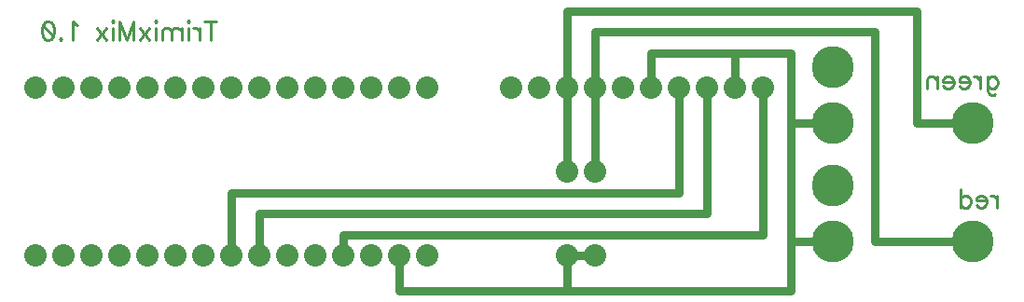
<source format=gbl>
G04*
G04  File:            TRIMIXMIX.GBL, Fri Jul 12 22:12:15 2019*
G04  Source:          P-CAD 2000 PCB, Version 15.10.17, (C:\Jure\Projekti\gitprojekti\TrimixMix\hw\trimixmix.pcb)*
G04  Format:          Gerber Format (RS-274-D), ASCII*
G04*
G04  Format Options:  Absolute Positioning*
G04                   Leading-Zero Suppression*
G04                   Scale Factor 1:1*
G04                   NO Circular Interpolation*
G04                   Inch Units*
G04                   Numeric Format: 4.4 (XXXX.XXXX)*
G04                   G54 NOT Used for Aperture Change*
G04                   Apertures Embedded*
G04*
G04  File Options:    Offset = (0.0mil,0.0mil)*
G04                   Drill Symbol Size = 0.0mil*
G04                   No Pad/Via Holes*
G04*
G04  File Contents:   Pads*
G04                   Vias*
G04                   No Designators*
G04                   No Types*
G04                   No Values*
G04                   No Drill Symbols*
G04                   Bottom*
G04                   Bot Assy*
G04*
%INTRIMIXMIX.GBL*%
%ICAS*%
%MOIN*%
G04*
G04  Aperture MACROs for general use --- invoked via D-code assignment *
G04*
G04  General MACRO for flashed round with rotation and/or offset hole *
%AMROTOFFROUND*
1,1,$1,0.0000,0.0000*
1,0,$2,$3,$4*%
G04*
G04  General MACRO for flashed oval (obround) with rotation and/or offset hole *
%AMROTOFFOVAL*
21,1,$1,$2,0.0000,0.0000,$3*
1,1,$4,$5,$6*
1,1,$4,0-$5,0-$6*
1,0,$7,$8,$9*%
G04*
G04  General MACRO for flashed oval (obround) with rotation and no hole *
%AMROTOVALNOHOLE*
21,1,$1,$2,0.0000,0.0000,$3*
1,1,$4,$5,$6*
1,1,$4,0-$5,0-$6*%
G04*
G04  General MACRO for flashed rectangle with rotation and/or offset hole *
%AMROTOFFRECT*
21,1,$1,$2,0.0000,0.0000,$3*
1,0,$4,$5,$6*%
G04*
G04  General MACRO for flashed rectangle with rotation and no hole *
%AMROTRECTNOHOLE*
21,1,$1,$2,0.0000,0.0000,$3*%
G04*
G04  General MACRO for flashed rounded-rectangle *
%AMROUNDRECT*
21,1,$1,$2-$4,0.0000,0.0000,$3*
21,1,$1-$4,$2,0.0000,0.0000,$3*
1,1,$4,$5,$6*
1,1,$4,$7,$8*
1,1,$4,0-$5,0-$6*
1,1,$4,0-$7,0-$8*
1,0,$9,$10,$11*%
G04*
G04  General MACRO for flashed rounded-rectangle with rotation and no hole *
%AMROUNDRECTNOHOLE*
21,1,$1,$2-$4,0.0000,0.0000,$3*
21,1,$1-$4,$2,0.0000,0.0000,$3*
1,1,$4,$5,$6*
1,1,$4,$7,$8*
1,1,$4,0-$5,0-$6*
1,1,$4,0-$7,0-$8*%
G04*
G04  General MACRO for flashed regular polygon *
%AMREGPOLY*
5,1,$1,0.0000,0.0000,$2,$3+$4*
1,0,$5,$6,$7*%
G04*
G04  General MACRO for flashed regular polygon with no hole *
%AMREGPOLYNOHOLE*
5,1,$1,0.0000,0.0000,$2,$3+$4*%
G04*
G04  General MACRO for target *
%AMTARGET*
6,0,0,$1,$2,$3,4,$4,$5,$6*%
G04*
G04  General MACRO for mounting hole *
%AMMTHOLE*
1,1,$1,0,0*
1,0,$2,0,0*
$1=$1-$2*
$1=$1/2*
21,1,$2+$1,$3,0,0,$4*
21,1,$3,$2+$1,0,0,$4*%
G04*
G04*
G04  D10 : "Ellipse X10.0mil Y10.0mil H0.0mil 0.0deg (0.0mil,0.0mil) Draw"*
G04  Disc: OuterDia=0.0100*
%ADD10C, 0.0100*%
G04  D11 : "Ellipse X30.0mil Y30.0mil H0.0mil 0.0deg (0.0mil,0.0mil) Draw"*
G04  Disc: OuterDia=0.0300*
%ADD11C, 0.0300*%
G04  D12 : "Ellipse X4.0mil Y4.0mil H0.0mil 0.0deg (0.0mil,0.0mil) Draw"*
G04  Disc: OuterDia=0.0040*
%ADD12C, 0.0040*%
G04  D13 : "Ellipse X8.0mil Y8.0mil H0.0mil 0.0deg (0.0mil,0.0mil) Draw"*
G04  Disc: OuterDia=0.0080*
%ADD13C, 0.0080*%
G04  D14 : "Ellipse X150.0mil Y150.0mil H0.0mil 0.0deg (0.0mil,0.0mil) Flash"*
G04  Disc: OuterDia=0.1500*
%ADD14C, 0.1500*%
G04  D15 : "Ellipse X165.0mil Y165.0mil H0.0mil 0.0deg (0.0mil,0.0mil) Flash"*
G04  Disc: OuterDia=0.1650*
%ADD15C, 0.1650*%
G04  D16 : "Ellipse X80.0mil Y80.0mil H0.0mil 0.0deg (0.0mil,0.0mil) Flash"*
G04  Disc: OuterDia=0.0800*
%ADD16C, 0.0800*%
G04  D17 : "Ellipse X95.0mil Y95.0mil H0.0mil 0.0deg (0.0mil,0.0mil) Flash"*
G04  Disc: OuterDia=0.0950*
%ADD17C, 0.0950*%
G04*
%FSLAX44Y44*%
%SFA1B1*%
%OFA0.0000B0.0000*%
G04*
G70*
G90*
G01*
D2*
%LNBottom*%
D11*
X51250Y50000*
Y51250D1*
X53250Y50000D2*
Y45500D1*
X48250Y42750D2*
Y44000D1*
X49250*
X52250Y50000D2*
Y46250D1*
X55250Y47750D2*
Y50000D1*
X54250D2*
Y51250D1*
X51250D2*
X54250D1*
X49250Y47000D2*
Y50000D1*
X55250Y44750D2*
Y47750D1*
Y44750D2*
X51000D1*
X48250Y42750D2*
X56250D1*
X54250Y51250D2*
X56250D1*
X48250Y47000D2*
Y50000D1*
X62750Y44500D2*
X59250D1*
X62750Y48750D2*
X60750D1*
X49250Y50000D2*
Y52000D1*
X59250Y44500D2*
Y52000D1*
X49250D2*
X59250D1*
X48250Y50000D2*
Y52750D1*
X60750Y48750D2*
Y52750D1*
X48250*
X56250Y51250D2*
Y48750D1*
X57750D2*
X56250D1*
Y44500D2*
Y42750D1*
Y48750D2*
Y44500D1*
X57750D2*
X56250D1*
X51000Y44750D2*
X40250D1*
X42250Y42750D2*
X48250D1*
X53250Y45500D2*
X37250D1*
X52250Y46250D2*
X36250D1*
X42250Y44000D2*
Y42750D1*
X40250Y44750D2*
Y44000D1*
X37250Y45500D2*
Y44000D1*
X36250Y46250D2*
Y44000D1*
D2*
D16*
X53250Y50000D3*
X54250D3*
X55250D3*
X52250D3*
X51250D3*
X48250D3*
X49250D3*
X50250D3*
X47250D3*
X46250D3*
X49250Y44000D3*
Y47000D3*
X48250Y44000D3*
Y47000D3*
D14*
X57750Y50750D3*
X62750Y48750D3*
X57750D3*
X62750Y44500D3*
X57750Y46500D3*
Y44500D3*
D16*
X41250Y50000D3*
X42250D3*
X43250D3*
X39250Y44000D3*
X40250D3*
X41250D3*
X42250D3*
X43250D3*
X40250Y50000D3*
X39250D3*
X36250D3*
X37250D3*
X38250D3*
X35250D3*
X34250D3*
X31250D3*
X32250D3*
X33250D3*
X30250D3*
X29250D3*
X36250Y44000D3*
X37250D3*
X38250D3*
X35250D3*
X34250D3*
X31250D3*
X32250D3*
X33250D3*
X30250D3*
X29250D3*
%LNBot Assy*%
D10*
X35500Y52375*
Y51718D1*
X35718Y52375D2*
X35281D1*
X35125Y52156D2*
Y51718D1*
Y51968D2*
X35093Y52062D1*
X35031Y52125*
X34968Y52156*
X34875*
X34750Y52375D2*
X34718Y52343D1*
X34687Y52375*
X34718Y52406*
X34750Y52375*
X34718Y52156D2*
Y51718D1*
X34468Y52156D2*
Y51718D1*
Y52031D2*
X34375Y52125D1*
X34312Y52156*
X34218*
X34156Y52125*
X34125Y52031*
Y51718*
Y52031D2*
X34031Y52125D1*
X33968Y52156*
X33875*
X33812Y52125*
X33781Y52031*
Y51718*
X33562Y52375D2*
X33531Y52343D1*
X33500Y52375*
X33531Y52406*
X33562Y52375*
X33531Y52156D2*
Y51718D1*
X33312Y52156D2*
X32968Y51718D1*
Y52156D2*
X33312Y51718D1*
X32250D2*
Y52375D1*
X32500Y51718*
X32750Y52375*
Y51718*
X32031Y52375D2*
X32000Y52343D1*
X31968Y52375*
X32000Y52406*
X32031Y52375*
X32000Y52156D2*
Y51718D1*
X31781Y52156D2*
X31437Y51718D1*
Y52156D2*
X31781Y51718D1*
X30750Y52250D2*
X30687Y52281D1*
X30593Y52375*
Y51718*
X30156Y51781D2*
X30187Y51750D1*
X30156Y51718*
X30125Y51750*
X30156Y51781*
X29718Y52375D2*
X29812Y52343D1*
X29875Y52250*
X29906Y52093*
Y52000*
X29875Y51843*
X29812Y51750*
X29718Y51718*
X29656*
X29562Y51750*
X29500Y51843*
X29468Y52000*
Y52093*
X29500Y52250*
X29562Y52343*
X29656Y52375*
X29718*
X29500Y52250D2*
X29875Y51843D1*
X63275Y50413D2*
Y49908D1*
X63307Y49813*
X63339Y49781*
X63402Y49750*
X63497*
X63560Y49781*
X63275Y50319D2*
X63339Y50382D1*
X63402Y50413*
X63497*
X63560Y50382*
X63623Y50319*
X63655Y50224*
Y50160*
X63623Y50066*
X63560Y50002*
X63497Y49971*
X63402*
X63339Y50002*
X63275Y50066*
X63022Y50413D2*
Y49971D1*
Y50224D2*
X62991Y50319D1*
X62928Y50382*
X62864Y50413*
X62769*
X62643Y50224D2*
X62264D1*
Y50287*
X62295Y50350*
X62327Y50382*
X62390Y50413*
X62485*
X62548Y50382*
X62611Y50319*
X62643Y50224*
Y50160*
X62611Y50066*
X62548Y50002*
X62485Y49971*
X62390*
X62327Y50002*
X62264Y50066*
X62074Y50224D2*
X61695D1*
Y50287*
X61726Y50350*
X61758Y50382*
X61821Y50413*
X61916*
X61979Y50382*
X62042Y50319*
X62074Y50224*
Y50160*
X62042Y50066*
X61979Y50002*
X61916Y49971*
X61821*
X61758Y50002*
X61695Y50066*
X61473Y50413D2*
Y49971D1*
Y50287D2*
X61379Y50382D1*
X61315Y50413*
X61220*
X61157Y50382*
X61126Y50287*
Y49971*
X63625Y46156D2*
Y45718D1*
Y45968D2*
X63593Y46062D1*
X63531Y46125*
X63468Y46156*
X63375*
X63250Y45968D2*
X62875D1*
Y46031*
X62906Y46093*
X62937Y46125*
X63000Y46156*
X63093*
X63156Y46125*
X63218Y46062*
X63250Y45968*
Y45906*
X63218Y45812*
X63156Y45750*
X63093Y45718*
X63000*
X62937Y45750*
X62875Y45812*
X62312Y46375D2*
Y45718D1*
Y46062D2*
X62375Y46125D1*
X62437Y46156*
X62531*
X62593Y46125*
X62656Y46062*
X62687Y45968*
Y45906*
X62656Y45812*
X62593Y45750*
X62531Y45718*
X62437*
X62375Y45750*
X62312Y45812*
D02M02*

</source>
